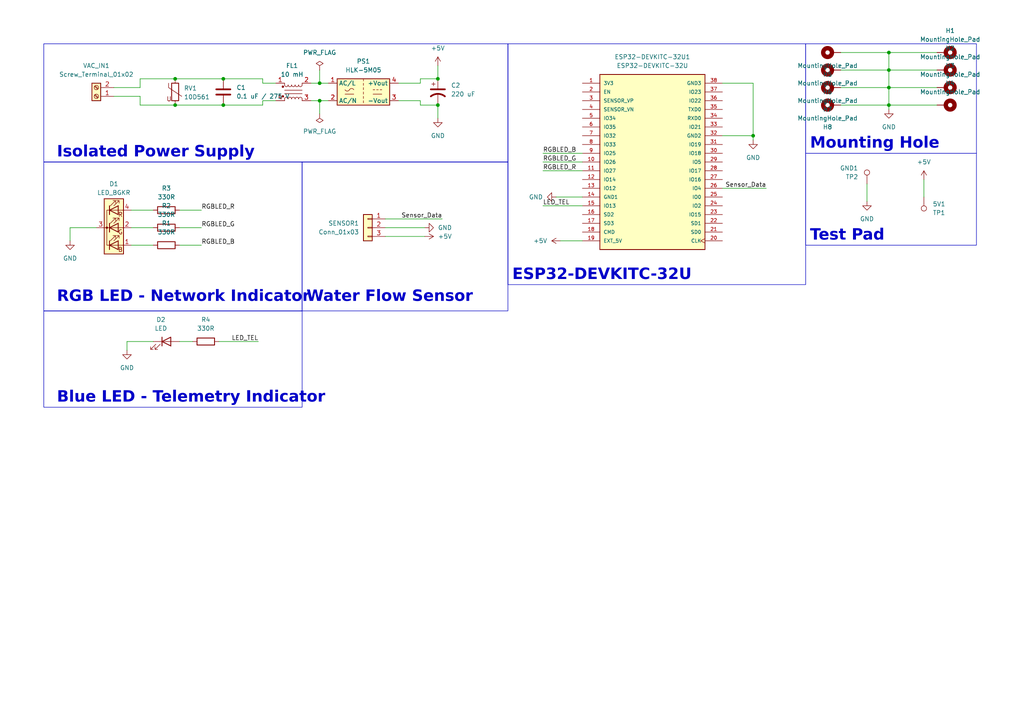
<source format=kicad_sch>
(kicad_sch (version 20230121) (generator eeschema)
  (paper "A4")
  (lib_symbols
    (symbol "Connector:Screw_Terminal_01x02" (pin_names (offset 1.016) hide)
      (property "Reference" "J" (at 0 2.54 0))
      (property "Value" "Screw_Terminal_01x02" (at 0 -5.08 0))
      (symbol "Screw_Terminal_01x02_1_1"
        (rectangle (start -1.27 1.27) (end 1.27 -3.81) (stroke (width 0.254)) (fill (type background)))
        (circle (center 0 -2.54) (radius 0.635) (stroke (width 0.1524)))
        (polyline (pts (xy -0.5334 -2.2098) (xy 0.3302 -3.048)) (stroke (width 0.1524)))
        (polyline (pts (xy -0.5334 0.3302) (xy 0.3302 -0.508)) (stroke (width 0.1524)))
        (polyline (pts (xy -0.3556 -2.032) (xy 0.508 -2.8702)) (stroke (width 0.1524)))
        (polyline (pts (xy -0.3556 0.508) (xy 0.508 -0.3302)) (stroke (width 0.1524)))
        (circle (center 0 0) (radius 0.635) (stroke (width 0.1524)))
        (pin passive line (at -5.08 0 0) (length 3.81) (name "Pin_1") (number "1"))
        (pin passive line (at -5.08 -2.54 0) (length 3.81) (name "Pin_2") (number "2"))
      )
    )
    (symbol "Connector:TestPoint" (pin_numbers hide) (pin_names (offset 0.762) hide)
      (property "Reference" "TP" (at 0 6.858 0))
      (property "Value" "TestPoint" (at 0 5.08 0))
      (symbol "TestPoint_0_1"
        (circle (center 0 3.302) (radius 0.762))
      )
      (symbol "TestPoint_1_1"
        (pin passive line (at 0 0 90) (length 2.54) (name "1") (number "1"))
      )
    )
    (symbol "Connector_Generic:Conn_01x03" (pin_names (offset 1.016) hide)
      (property "Reference" "J" (at 0 5.08 0))
      (property "Value" "Conn_01x03" (at 0 -5.08 0))
      (symbol "Conn_01x03_1_1"
        (rectangle (start -1.27 -2.413) (end 0 -2.667) (stroke (width 0.1524)))
        (rectangle (start -1.27 0.127) (end 0 -0.127) (stroke (width 0.1524)))
        (rectangle (start -1.27 2.667) (end 0 2.413) (stroke (width 0.1524)))
        (rectangle (start -1.27 3.81) (end 1.27 -3.81) (stroke (width 0.254)) (fill (type background)))
        (pin passive line (at -5.08 2.54 0) (length 3.81) (name "Pin_1") (number "1"))
        (pin passive line (at -5.08 0 0) (length 3.81) (name "Pin_2") (number "2"))
        (pin passive line (at -5.08 -2.54 0) (length 3.81) (name "Pin_3") (number "3"))
      )
    )
    (symbol "Converter_ACDC:HLK-5M05"
      (property "Reference" "PS" (at 0 5.08 0))
      (property "Value" "HLK-5M05" (at 0 -5.08 0))
      (symbol "HLK-5M05_0_1"
        (rectangle (start -7.62 3.81) (end 7.62 -3.81) (stroke (width 0.254)) (fill (type background)))
        (arc (start -5.334 0.635) (mid -4.699 0.2495) (end -4.064 0.635))
        (arc (start -2.794 0.635) (mid -3.429 1.0072) (end -4.064 0.635))
        (polyline (pts (xy -5.334 -0.635) (xy -2.794 -0.635)))
        (polyline (pts (xy 0 -2.54) (xy 0 -3.175)))
        (polyline (pts (xy 0 -1.27) (xy 0 -1.905)))
        (polyline (pts (xy 0 0) (xy 0 -0.635)))
        (polyline (pts (xy 0 1.27) (xy 0 0.635)))
        (polyline (pts (xy 0 2.54) (xy 0 1.905)))
        (polyline (pts (xy 0 3.81) (xy 0 3.175)))
        (polyline (pts (xy 2.794 -0.635) (xy 5.334 -0.635)))
        (polyline (pts (xy 2.794 0.635) (xy 3.302 0.635)))
        (polyline (pts (xy 3.81 0.635) (xy 4.318 0.635)))
        (polyline (pts (xy 4.826 0.635) (xy 5.334 0.635)))
      )
      (symbol "HLK-5M05_1_1"
        (pin power_in line (at -10.16 2.54 0) (length 2.54) (name "AC/L") (number "1"))
        (pin power_in line (at -10.16 -2.54 0) (length 2.54) (name "AC/N") (number "2"))
        (pin power_out line (at 10.16 -2.54 180) (length 2.54) (name "-Vout") (number "3"))
        (pin power_out line (at 10.16 2.54 180) (length 2.54) (name "+Vout") (number "4"))
      )
    )
    (symbol "Device:C" (pin_numbers hide) (pin_names (offset 0.254))
      (property "Reference" "C" (at 0.635 2.54 0))
      (property "Value" "C" (at 0.635 -2.54 0))
      (symbol "C_0_1"
        (polyline (pts (xy -2.032 -0.762) (xy 2.032 -0.762)) (stroke (width 0.508)))
        (polyline (pts (xy -2.032 0.762) (xy 2.032 0.762)) (stroke (width 0.508)))
      )
      (symbol "C_1_1"
        (pin passive line (at 0 3.81 270) (length 2.794) (name "~") (number "1"))
        (pin passive line (at 0 -3.81 90) (length 2.794) (name "~") (number "2"))
      )
    )
    (symbol "Device:C_Polarized_US" (pin_numbers hide) (pin_names (offset 0.254) hide)
      (property "Reference" "C" (at 0.635 2.54 0))
      (property "Value" "C_Polarized_US" (at 0.635 -2.54 0))
      (symbol "C_Polarized_US_0_1"
        (polyline (pts (xy -2.032 0.762) (xy 2.032 0.762)) (stroke (width 0.508)))
        (polyline (pts (xy -1.778 2.286) (xy -0.762 2.286)))
        (polyline (pts (xy -1.27 1.778) (xy -1.27 2.794)))
        (arc (start 2.032 -1.27) (mid 0 -0.5572) (end -2.032 -1.27) (stroke (width 0.508)))
      )
      (symbol "C_Polarized_US_1_1"
        (pin passive line (at 0 3.81 270) (length 2.794) (name "~") (number "1"))
        (pin passive line (at 0 -3.81 90) (length 3.302) (name "~") (number "2"))
      )
    )
    (symbol "Device:Filter_EMI_CommonMode" (pin_names (offset 0.254) hide)
      (property "Reference" "FL1" (at -0.381 7.62 0))
      (property "Value" "10 mH" (at -0.381 5.08 0))
      (symbol "Filter_EMI_CommonMode_0_1"
        (circle (center -3.048 -1.27) (radius 0.254) (fill (type outline)))
        (circle (center -3.048 1.524) (radius 0.254) (fill (type outline)))
        (arc (start -2.54 2.032) (mid -2.032 1.5262) (end -1.524 2.032))
        (arc (start -1.524 -2.032) (mid -2.032 -1.5262) (end -2.54 -2.032))
        (arc (start -1.524 2.032) (mid -1.016 1.5262) (end -0.508 2.032))
        (arc (start -0.508 -2.032) (mid -1.016 -1.5262) (end -1.524 -2.032))
        (arc (start -0.508 2.032) (mid 0 1.5262) (end 0.508 2.032))
        (polyline (pts (xy -2.54 -2.032) (xy -2.54 -2.54)))
        (polyline (pts (xy -2.54 0.508) (xy 2.54 0.508)))
        (polyline (pts (xy -2.54 2.032) (xy -2.54 2.54)))
        (polyline (pts (xy 2.54 -2.032) (xy 2.54 -2.54)))
        (polyline (pts (xy 2.54 -0.508) (xy -2.54 -0.508)))
        (polyline (pts (xy 2.54 2.54) (xy 2.54 2.032)))
        (arc (start 0.508 -2.032) (mid 0 -1.5262) (end -0.508 -2.032))
        (arc (start 0.508 2.032) (mid 1.016 1.5262) (end 1.524 2.032))
        (arc (start 1.524 -2.032) (mid 1.016 -1.5262) (end 0.508 -2.032))
        (arc (start 1.524 2.032) (mid 2.032 1.5262) (end 2.54 2.032))
        (arc (start 2.54 -2.032) (mid 2.032 -1.5262) (end 1.524 -2.032))
      )
      (symbol "Filter_EMI_CommonMode_1_1"
        (pin passive line (at -5.08 2.54 0) (length 2.54) (name "1") (number "1"))
        (pin passive line (at 5.08 2.54 180) (length 2.54) (name "2") (number "2"))
        (pin passive line (at 5.08 -2.54 180) (length 2.54) (name "3") (number "3"))
        (pin passive line (at -5.08 -2.54 0) (length 2.54) (name "4") (number "4"))
      )
    )
    (symbol "Device:LED" (pin_numbers hide) (pin_names (offset 1.016) hide)
      (property "Reference" "D" (at 0 2.54 0))
      (property "Value" "LED" (at 0 -2.54 0))
      (symbol "LED_0_1"
        (polyline (pts (xy -1.27 -1.27) (xy -1.27 1.27)) (stroke (width 0.254)))
        (polyline (pts (xy -1.27 0) (xy 1.27 0)))
        (polyline (pts (xy 1.27 -1.27) (xy 1.27 1.27) (xy -1.27 0) (xy 1.27 -1.27)) (stroke (width 0.254)))
        (polyline (pts (xy -3.048 -0.762) (xy -4.572 -2.286) (xy -3.81 -2.286) (xy -4.572 -2.286) (xy -4.572 -1.524)))
        (polyline (pts (xy -1.778 -0.762) (xy -3.302 -2.286) (xy -2.54 -2.286) (xy -3.302 -2.286) (xy -3.302 -1.524)))
      )
      (symbol "LED_1_1"
        (pin passive line (at -3.81 0 0) (length 2.54) (name "K") (number "1"))
        (pin passive line (at 3.81 0 180) (length 2.54) (name "A") (number "2"))
      )
    )
    (symbol "Device:LED_BGKR" (pin_names (offset 0) hide)
      (property "Reference" "D" (at 0 9.398 0))
      (property "Value" "LED_BGKR" (at 0 -8.89 0))
      (symbol "LED_BGKR_0_0"
        (text "B" (at 1.905 -6.35 0) (effects (font (size 1.27 1.27))))
        (text "G" (at 1.905 -1.27 0) (effects (font (size 1.27 1.27))))
        (text "R" (at 1.905 3.81 0) (effects (font (size 1.27 1.27))))
      )
      (symbol "LED_BGKR_0_1"
        (circle (center -2.032 0) (radius 0.254) (fill (type outline)))
        (polyline (pts (xy -1.27 -5.08) (xy 1.27 -5.08)))
        (polyline (pts (xy -1.27 -3.81) (xy -1.27 -6.35)) (stroke (width 0.254)))
        (polyline (pts (xy -1.27 0) (xy -2.54 0)))
        (polyline (pts (xy -1.27 1.27) (xy -1.27 -1.27)) (stroke (width 0.254)))
        (polyline (pts (xy -1.27 5.08) (xy 1.27 5.08)))
        (polyline (pts (xy -1.27 6.35) (xy -1.27 3.81)) (stroke (width 0.254)))
        (polyline (pts (xy 1.27 -5.08) (xy 2.54 -5.08)))
        (polyline (pts (xy 1.27 0) (xy -1.27 0)))
        (polyline (pts (xy 1.27 0) (xy 2.54 0)))
        (polyline (pts (xy 1.27 5.08) (xy 2.54 5.08)))
        (polyline (pts (xy -1.27 1.27) (xy -1.27 -1.27) (xy -1.27 -1.27)))
        (polyline (pts (xy -1.27 6.35) (xy -1.27 3.81) (xy -1.27 3.81)))
        (polyline (pts (xy -1.27 5.08) (xy -2.032 5.08) (xy -2.032 -5.08) (xy -1.016 -5.08)))
        (polyline (pts (xy 1.27 -3.81) (xy 1.27 -6.35) (xy -1.27 -5.08) (xy 1.27 -3.81)) (stroke (width 0.254)))
        (polyline (pts (xy 1.27 1.27) (xy 1.27 -1.27) (xy -1.27 0) (xy 1.27 1.27)) (stroke (width 0.254)))
        (polyline (pts (xy 1.27 6.35) (xy 1.27 3.81) (xy -1.27 5.08) (xy 1.27 6.35)) (stroke (width 0.254)))
        (polyline (pts (xy -1.016 -3.81) (xy 0.508 -2.286) (xy -0.254 -2.286) (xy 0.508 -2.286) (xy 0.508 -3.048)))
        (polyline (pts (xy -1.016 1.27) (xy 0.508 2.794) (xy -0.254 2.794) (xy 0.508 2.794) (xy 0.508 2.032)))
        (polyline (pts (xy -1.016 6.35) (xy 0.508 7.874) (xy -0.254 7.874) (xy 0.508 7.874) (xy 0.508 7.112)))
        (polyline (pts (xy 0 -3.81) (xy 1.524 -2.286) (xy 0.762 -2.286) (xy 1.524 -2.286) (xy 1.524 -3.048)))
        (polyline (pts (xy 0 1.27) (xy 1.524 2.794) (xy 0.762 2.794) (xy 1.524 2.794) (xy 1.524 2.032)))
        (polyline (pts (xy 0 6.35) (xy 1.524 7.874) (xy 0.762 7.874) (xy 1.524 7.874) (xy 1.524 7.112)))
        (rectangle (start 1.27 -1.27) (end 1.27 1.27))
        (rectangle (start 1.27 1.27) (end 1.27 1.27))
        (rectangle (start 1.27 3.81) (end 1.27 6.35))
        (rectangle (start 1.27 6.35) (end 1.27 6.35))
        (rectangle (start 2.794 8.382) (end -2.794 -7.62) (stroke (width 0.254)) (fill (type background)))
      )
      (symbol "LED_BGKR_1_1"
        (pin passive line (at 5.08 -5.08 180) (length 2.54) (name "BA") (number "1"))
        (pin passive line (at 5.08 0 180) (length 2.54) (name "GA") (number "2"))
        (pin passive line (at -5.08 0 0) (length 2.54) (name "K") (number "3"))
        (pin passive line (at 5.08 5.08 180) (length 2.54) (name "RA") (number "4"))
      )
    )
    (symbol "Device:R" (pin_numbers hide) (pin_names (offset 0))
      (property "Reference" "R" (at 2.032 0 90))
      (property "Value" "R" (at 0 0 90))
      (symbol "R_0_1"
        (rectangle (start -1.016 -2.54) (end 1.016 2.54) (stroke (width 0.254)))
      )
      (symbol "R_1_1"
        (pin passive line (at 0 3.81 270) (length 1.27) (name "~") (number "1"))
        (pin passive line (at 0 -3.81 90) (length 1.27) (name "~") (number "2"))
      )
    )
    (symbol "Device:Varistor" (pin_numbers hide) (pin_names (offset 0))
      (property "Reference" "RV" (at 3.175 0 90))
      (property "Value" "Varistor" (at -3.175 0 90))
      (symbol "Varistor_0_0"
        (text "U" (at -1.778 -2.032 0) (effects (font (size 1.27 1.27))))
      )
      (symbol "Varistor_0_1"
        (rectangle (start -1.016 -2.54) (end 1.016 2.54) (stroke (width 0.254)))
        (polyline (pts (xy -1.905 2.54) (xy -1.905 1.27) (xy 1.905 -1.27)))
      )
      (symbol "Varistor_1_1"
        (pin passive line (at 0 3.81 270) (length 1.27) (name "~") (number "1"))
        (pin passive line (at 0 -3.81 90) (length 1.27) (name "~") (number "2"))
      )
    )
    (symbol "ESP32-DEVKITC-32U:ESP32-DEVKITC-32U" (pin_names (offset 1.016))
      (property "Reference" "U" (at -15.2572 26.0643 0))
      (property "Value" "ESP32-DEVKITC-32U" (at -15.2563 -27.9698 0))
      (symbol "ESP32-DEVKITC-32U_0_0"
        (rectangle (start -15.24 -25.4) (end 15.24 25.4) (stroke (width 0.254)) (fill (type background)))
        (pin power_in line (at -20.32 22.86 0) (length 5.08) (name "3V3") (number "1"))
        (pin bidirectional line (at -20.32 0 0) (length 5.08) (name "IO26") (number "10"))
        (pin bidirectional line (at -20.32 -2.54 0) (length 5.08) (name "IO27") (number "11"))
        (pin bidirectional line (at -20.32 -5.08 0) (length 5.08) (name "IO14") (number "12"))
        (pin bidirectional line (at -20.32 -7.62 0) (length 5.08) (name "IO12") (number "13"))
        (pin power_in line (at -20.32 -10.16 0) (length 5.08) (name "GND1") (number "14"))
        (pin bidirectional line (at -20.32 -12.7 0) (length 5.08) (name "IO13") (number "15"))
        (pin bidirectional line (at -20.32 -15.24 0) (length 5.08) (name "SD2") (number "16"))
        (pin bidirectional line (at -20.32 -17.78 0) (length 5.08) (name "SD3") (number "17"))
        (pin bidirectional line (at -20.32 -20.32 0) (length 5.08) (name "CMD") (number "18"))
        (pin power_in line (at -20.32 -22.86 0) (length 5.08) (name "EXT_5V") (number "19"))
        (pin input line (at -20.32 20.32 0) (length 5.08) (name "EN") (number "2"))
        (pin input clock (at 20.32 -22.86 180) (length 5.08) (name "CLK") (number "20"))
        (pin bidirectional line (at 20.32 -20.32 180) (length 5.08) (name "SD0") (number "21"))
        (pin bidirectional line (at 20.32 -17.78 180) (length 5.08) (name "SD1") (number "22"))
        (pin bidirectional line (at 20.32 -15.24 180) (length 5.08) (name "IO15") (number "23"))
        (pin bidirectional line (at 20.32 -12.7 180) (length 5.08) (name "IO2") (number "24"))
        (pin bidirectional line (at 20.32 -10.16 180) (length 5.08) (name "IO0") (number "25"))
        (pin bidirectional line (at 20.32 -7.62 180) (length 5.08) (name "IO4") (number "26"))
        (pin bidirectional line (at 20.32 -5.08 180) (length 5.08) (name "IO16") (number "27"))
        (pin bidirectional line (at 20.32 -2.54 180) (length 5.08) (name "IO17") (number "28"))
        (pin bidirectional line (at 20.32 0 180) (length 5.08) (name "IO5") (number "29"))
        (pin input line (at -20.32 17.78 0) (length 5.08) (name "SENSOR_VP") (number "3"))
        (pin bidirectional line (at 20.32 2.54 180) (length 5.08) (name "IO18") (number "30"))
        (pin bidirectional line (at 20.32 5.08 180) (length 5.08) (name "IO19") (number "31"))
        (pin power_in line (at 20.32 7.62 180) (length 5.08) (name "GND2") (number "32"))
        (pin bidirectional line (at 20.32 10.16 180) (length 5.08) (name "IO21") (number "33"))
        (pin input line (at 20.32 12.7 180) (length 5.08) (name "RXD0") (number "34"))
        (pin output line (at 20.32 15.24 180) (length 5.08) (name "TXD0") (number "35"))
        (pin bidirectional line (at 20.32 17.78 180) (length 5.08) (name "IO22") (number "36"))
        (pin bidirectional line (at 20.32 20.32 180) (length 5.08) (name "IO23") (number "37"))
        (pin power_in line (at 20.32 22.86 180) (length 5.08) (name "GND3") (number "38"))
        (pin input line (at -20.32 15.24 0) (length 5.08) (name "SENSOR_VN") (number "4"))
        (pin bidirectional line (at -20.32 12.7 0) (length 5.08) (name "IO34") (number "5"))
        (pin bidirectional line (at -20.32 10.16 0) (length 5.08) (name "IO35") (number "6"))
        (pin bidirectional line (at -20.32 7.62 0) (length 5.08) (name "IO32") (number "7"))
        (pin bidirectional line (at -20.32 5.08 0) (length 5.08) (name "IO33") (number "8"))
        (pin bidirectional line (at -20.32 2.54 0) (length 5.08) (name "IO25") (number "9"))
      )
    )
    (symbol "Mechanical:MountingHole_Pad" (pin_numbers hide) (pin_names (offset 1.016) hide)
      (property "Reference" "H" (at 0 6.35 0))
      (property "Value" "MountingHole_Pad" (at 0 4.445 0))
      (symbol "MountingHole_Pad_0_1"
        (circle (center 0 1.27) (radius 1.27) (stroke (width 1.27)))
      )
      (symbol "MountingHole_Pad_1_1"
        (pin input line (at 0 -2.54 90) (length 2.54) (name "1") (number "1"))
      )
    )
    (symbol "power:+5V" (power) (pin_names (offset 0))
      (property "Value" "+5V" (at 0 3.556 0))
      (symbol "+5V_0_1"
        (polyline (pts (xy -0.762 1.27) (xy 0 2.54)))
        (polyline (pts (xy 0 0) (xy 0 2.54)))
        (polyline (pts (xy 0 2.54) (xy 0.762 1.27)))
      )
      (symbol "+5V_1_1"
        (pin power_in line (at 0 0 90) (length 0) hide (name "+5V") (number "1"))
      )
    )
    (symbol "power:GND" (power) (pin_names (offset 0))
      (property "Value" "GND" (at 0 -3.81 0))
      (symbol "GND_0_1"
        (polyline (pts (xy 0 0) (xy 0 -1.27) (xy 1.27 -1.27) (xy 0 -2.54) (xy -1.27 -1.27) (xy 0 -1.27)))
      )
      (symbol "GND_1_1"
        (pin power_in line (at 0 0 270) (length 0) hide (name "GND") (number "1"))
      )
    )
    (symbol "power:PWR_FLAG" (power) (pin_numbers hide) (pin_names (offset 0) hide)
      (property "Value" "PWR_FLAG" (at 0 3.81 0))
      (symbol "PWR_FLAG_0_0"
        (pin power_out line (at 0 0 90) (length 0) (name "pwr") (number "1"))
      )
      (symbol "PWR_FLAG_0_1"
        (polyline (pts (xy 0 0) (xy 0 1.27) (xy -1.016 1.905) (xy 0 2.54) (xy 1.016 1.905) (xy 0 1.27)))
      )
    )
  )
  (junction (at 127 22.86))
  (junction (at 50.8 30.48))
  (junction (at 92.71 29.21))
  (junction (at 257.81 30.48))
  (junction (at 218.44 39.37))
  (junction (at 50.8 22.86))
  (junction (at 257.81 15.24))
  (junction (at 257.81 20.32))
  (junction (at 92.71 24.13))
  (junction (at 64.77 22.86))
  (junction (at 257.81 25.4))
  (junction (at 127 30.48))
  (junction (at 64.77 30.48))
  (wire (pts (xy 257.81 30.48) (xy 257.81 31.75)))
  (wire (pts (xy 257.81 25.4) (xy 271.78 25.4)))
  (wire (pts (xy 52.07 66.04) (xy 58.42 66.04)))
  (wire (pts (xy 92.71 29.21) (xy 95.25 29.21)))
  (wire (pts (xy 121.92 29.21) (xy 121.92 30.48)))
  (wire (pts (xy 209.55 39.37) (xy 218.44 39.37)))
  (wire (pts (xy 111.76 68.58) (xy 123.19 68.58)))
  (wire (pts (xy 243.84 15.24) (xy 257.81 15.24)))
  (wire (pts (xy 76.2 29.21) (xy 80.01 29.21)))
  (wire (pts (xy 257.81 15.24) (xy 257.81 20.32)))
  (wire (pts (xy 40.64 25.4) (xy 40.64 22.86)))
  (wire (pts (xy 111.76 66.04) (xy 123.19 66.04)))
  (wire (pts (xy 20.32 66.04) (xy 20.32 69.85)))
  (wire (pts (xy 52.07 71.12) (xy 58.42 71.12)))
  (wire (pts (xy 257.81 25.4) (xy 257.81 30.48)))
  (wire (pts (xy 121.92 30.48) (xy 127 30.48)))
  (wire (pts (xy 50.8 30.48) (xy 64.77 30.48)))
  (wire (pts (xy 36.83 99.06) (xy 36.83 101.6)))
  (wire (pts (xy 243.84 30.48) (xy 257.81 30.48)))
  (wire (pts (xy 115.57 24.13) (xy 121.92 24.13)))
  (wire (pts (xy 209.55 24.13) (xy 218.44 24.13)))
  (wire (pts (xy 40.64 30.48) (xy 50.8 30.48)))
  (wire (pts (xy 121.92 22.86) (xy 127 22.86)))
  (wire (pts (xy 209.55 54.61) (xy 222.25 54.61)))
  (wire (pts (xy 162.56 69.85) (xy 168.91 69.85)))
  (wire (pts (xy 257.81 30.48) (xy 271.78 30.48)))
  (wire (pts (xy 251.46 53.34) (xy 251.46 58.42)))
  (wire (pts (xy 257.81 20.32) (xy 257.81 25.4)))
  (wire (pts (xy 257.81 20.32) (xy 271.78 20.32)))
  (wire (pts (xy 127 30.48) (xy 127 34.29)))
  (wire (pts (xy 76.2 22.86) (xy 76.2 24.13)))
  (wire (pts (xy 52.07 99.06) (xy 55.88 99.06)))
  (wire (pts (xy 38.1 66.04) (xy 44.45 66.04)))
  (wire (pts (xy 157.48 59.69) (xy 168.91 59.69)))
  (wire (pts (xy 33.02 27.94) (xy 40.64 27.94)))
  (wire (pts (xy 271.78 15.24) (xy 257.81 15.24)))
  (wire (pts (xy 127 19.05) (xy 127 22.86)))
  (wire (pts (xy 63.5 99.06) (xy 74.93 99.06)))
  (wire (pts (xy 157.48 44.45) (xy 168.91 44.45)))
  (wire (pts (xy 218.44 39.37) (xy 218.44 40.64)))
  (wire (pts (xy 52.07 60.96) (xy 58.42 60.96)))
  (wire (pts (xy 267.97 52.07) (xy 267.97 57.15)))
  (wire (pts (xy 243.84 25.4) (xy 257.81 25.4)))
  (wire (pts (xy 111.76 63.5) (xy 128.27 63.5)))
  (wire (pts (xy 76.2 30.48) (xy 76.2 29.21)))
  (wire (pts (xy 161.29 57.15) (xy 168.91 57.15)))
  (wire (pts (xy 40.64 22.86) (xy 50.8 22.86)))
  (wire (pts (xy 121.92 24.13) (xy 121.92 22.86)))
  (wire (pts (xy 38.1 71.12) (xy 44.45 71.12)))
  (wire (pts (xy 90.17 24.13) (xy 92.71 24.13)))
  (wire (pts (xy 38.1 60.96) (xy 44.45 60.96)))
  (wire (pts (xy 27.94 66.04) (xy 20.32 66.04)))
  (wire (pts (xy 64.77 30.48) (xy 76.2 30.48)))
  (wire (pts (xy 218.44 24.13) (xy 218.44 39.37)))
  (wire (pts (xy 64.77 22.86) (xy 76.2 22.86)))
  (wire (pts (xy 44.45 99.06) (xy 36.83 99.06)))
  (wire (pts (xy 157.48 46.99) (xy 168.91 46.99)))
  (wire (pts (xy 76.2 24.13) (xy 80.01 24.13)))
  (wire (pts (xy 90.17 29.21) (xy 92.71 29.21)))
  (wire (pts (xy 92.71 29.21) (xy 92.71 33.02)))
  (wire (pts (xy 92.71 20.32) (xy 92.71 24.13)))
  (wire (pts (xy 243.84 20.32) (xy 257.81 20.32)))
  (wire (pts (xy 115.57 29.21) (xy 121.92 29.21)))
  (wire (pts (xy 40.64 27.94) (xy 40.64 30.48)))
  (wire (pts (xy 50.8 22.86) (xy 64.77 22.86)))
  (wire (pts (xy 92.71 24.13) (xy 95.25 24.13)))
  (wire (pts (xy 33.02 25.4) (xy 40.64 25.4)))
  (wire (pts (xy 157.48 49.53) (xy 168.91 49.53)))
  (rectangle (start 12.7 90.17) (end 87.63 118.11))
  (rectangle (start 233.68 12.7) (end 283.21 44.45))
  (rectangle (start 12.7 46.99) (end 87.63 90.17))
  (rectangle (start 12.7 12.7) (end 147.32 46.99))
  (rectangle (start 87.63 46.99) (end 147.32 90.17))
  (rectangle (start 147.32 12.7) (end 233.68 82.55))
  (rectangle (start 233.68 44.45) (end 283.21 71.12))
  (text "Mounting Hole\n" (at 234.95 44.45 0) (effects (font (size 3.25 3.25) (thickness 0.65) bold) (justify left bottom)))
  (text "ESP32-DEVKITC-32U" (at 148.59 82.55 0) (effects (font (size 3.25 3.25) (thickness 0.65) bold) (justify left bottom)))
  (text "Test Pad" (at 234.95 71.12 0) (effects (font (size 3.25 3.25) (thickness 0.65) bold) (justify left bottom)))
  (text "Blue LED - Telemetry Indicator" (at 16.51 118.11 0) (effects (font (size 3.25 3.25) (thickness 0.65) bold) (justify left bottom)))
  (text "Isolated Power Supply\n" (at 16.51 46.99 0) (effects (font (size 3.25 3.25) (thickness 0.65) bold) (justify left bottom)))
  (text "Water Flow Sensor" (at 88.9 88.9 0) (effects (font (size 3.25 3.25) (thickness 0.65) bold) (justify left bottom)))
  (text "RGB LED - Network Indicator" (at 16.51 88.9 0) (effects (font (size 3.25 3.25) (thickness 0.65) bold) (justify left bottom)))
  (label "RGBLED_G" (at 58.42 66.04 0))
  (label "Sensor_Data" (at 128.27 63.5 180))
  (label "LED_TEL" (at 74.93 99.06 180))
  (label "RGBLED_B" (at 58.42 71.12 0))
  (label "RGBLED_B" (at 157.48 44.45 0))
  (label "RGBLED_G" (at 157.48 46.99 0))
  (label "Sensor_Data" (at 222.25 54.61 180))
  (label "LED_TEL" (at 157.48 59.69 0))
  (label "RGBLED_R" (at 157.48 49.53 0))
  (label "RGBLED_R" (at 58.42 60.96 0))
  (symbol (lib_id "Device:C") (at 64.77 26.67 0) (unit 1)
    (property "Reference" "C1" (at 68.58 25.4 0) (effects (justify left)))
    (property "Value" "0.1 uF / 275 V" (at 68.58 27.94 0) (effects (justify left)))
    (property "Footprint" "Capacitor_THT:C_Rect_L18.0mm_W8.0mm_P15.00mm_FKS3_FKP3" (effects hide))
  )
  (symbol (lib_id "power:GND") (at 36.83 101.6 0) (unit 1)
    (property "Reference" "#PWR010" (effects hide))
    (property "Value" "GND" (at 36.83 106.68 0))
  )
  (symbol (lib_id "power:+5V") (at 267.97 52.07 0) (unit 1)
    (property "Reference" "#PWR07" (effects hide))
    (property "Value" "+5V" (at 267.97 46.99 0))
  )
  (symbol (lib_id "Device:R") (at 48.26 60.96 90) (mirror x) (unit 1)
    (property "Reference" "R3" (at 48.26 54.61 90))
    (property "Value" "330R" (at 48.26 57.15 90))
    (property "Footprint" "Resistor_THT:R_Axial_DIN0207_L6.3mm_D2.5mm_P7.62mm_Horizontal" (effects hide))
  )
  (symbol (lib_id "power:+5V") (at 123.19 68.58 270) (unit 1)
    (property "Reference" "#PWR012" (effects hide))
    (property "Value" "+5V" (at 127 68.58 90) (effects (justify left)))
  )
  (symbol (lib_id "power:GND") (at 161.29 57.15 270) (unit 1)
    (property "Reference" "#PWR03" (effects hide))
    (property "Value" "GND" (at 157.48 57.15 90) (effects (justify right)))
  )
  (symbol (lib_id "Connector:TestPoint") (at 267.97 57.15 180) (unit 1)
    (property "Reference" "5V1" (at 270.51 59.182 0) (effects (justify right)))
    (property "Value" "TP1" (at 270.51 61.722 0) (effects (justify right)))
    (property "Footprint" "TestPoint:TestPoint_Pad_D1.5mm" (effects hide))
  )
  (symbol (lib_id "Mechanical:MountingHole_Pad") (at 274.32 20.32 270) (mirror x) (unit 1)
    (property "Reference" "H2" (at 275.59 13.97 90))
    (property "Value" "MountingHole_Pad" (at 275.59 16.51 90))
    (property "Footprint" "MountingHole:MountingHole_2.2mm_M2_ISO14580" (effects hide))
  )
  (symbol (lib_id "Mechanical:MountingHole_Pad") (at 274.32 30.48 270) (mirror x) (unit 1)
    (property "Reference" "H4" (at 275.59 24.13 90))
    (property "Value" "MountingHole_Pad" (at 275.59 26.67 90))
    (property "Footprint" "MountingHole:MountingHole_2.2mm_M2_Pad_Via" (effects hide))
  )
  (symbol (lib_id "Device:R") (at 48.26 71.12 90) (mirror x) (unit 1)
    (property "Reference" "R1" (at 48.26 64.77 90))
    (property "Value" "330R" (at 48.26 67.31 90))
    (property "Footprint" "Resistor_THT:R_Axial_DIN0207_L6.3mm_D2.5mm_P7.62mm_Horizontal" (effects hide))
  )
  (symbol (lib_id "Connector_Generic:Conn_01x03") (at 106.68 66.04 0) (mirror y) (unit 1)
    (property "Reference" "SENSOR1" (at 104.14 64.77 0) (effects (justify left)))
    (property "Value" "Conn_01x03" (at 104.14 67.31 0) (effects (justify left)))
    (property "Footprint" "Connector_JST:JST_XH_B3B-XH-A_1x03_P2.50mm_Vertical" (effects hide))
  )
  (symbol (lib_id "Mechanical:MountingHole_Pad") (at 241.3 20.32 90) (mirror x) (unit 1)
    (property "Reference" "H6" (at 240.03 26.67 90))
    (property "Value" "MountingHole_Pad" (at 240.03 24.13 90))
    (property "Footprint" "MountingHole:MountingHole_2.2mm_M2_Pad_Via" (effects hide))
  )
  (symbol (lib_id "Mechanical:MountingHole_Pad") (at 274.32 25.4 270) (mirror x) (unit 1)
    (property "Reference" "H3" (at 275.59 19.05 90))
    (property "Value" "MountingHole_Pad" (at 275.59 21.59 90))
    (property "Footprint" "MountingHole:MountingHole_2.2mm_M2_ISO14580" (effects hide))
  )
  (symbol (lib_id "Device:C_Polarized_US") (at 127 26.67 0) (unit 1)
    (property "Reference" "C2" (at 130.81 24.765 0) (effects (justify left)))
    (property "Value" "220 uF" (at 130.81 27.305 0) (effects (justify left)))
    (property "Footprint" "Capacitor_THT:CP_Radial_D10.0mm_P5.00mm" (effects hide))
  )
  (symbol (lib_id "Converter_ACDC:HLK-5M05") (at 105.41 26.67 0) (unit 1)
    (property "Reference" "PS1" (at 105.41 17.78 0))
    (property "Value" "HLK-5M05" (at 105.41 20.32 0))
    (property "Footprint" "Converter_ACDC:Converter_ACDC_HiLink_HLK-5Mxx" (effects hide))
    (property "Datasheet" "http://h.hlktech.com/download/ACDC%E7%94%B5%E6%BA%90%E6%A8%A1%E5%9D%975W%E7%B3%BB%E5%88%97/1/%E6%B5%B7%E5%87%8C%E7%A7%915W%E7%B3%BB%E5%88%97%E7%94%B5%E6%BA%90%E6%A8%A1%E5%9D%97%E8%A7%84%E6%A0%BC%E4%B9%A6V2.8.pdf" (effects hide))
  )
  (symbol (lib_id "ESP32-DEVKITC-32U:ESP32-DEVKITC-32U") (at 189.23 46.99 0) (unit 1)
    (property "Reference" "ESP32-DEVKITC-32U1" (at 189.23 16.51 0))
    (property "Value" "ESP32-DEVKITC-32U" (at 189.23 19.05 0))
    (property "Footprint" "ESP32-DEVKITC-32U:MODULE_ESP32-DEVKITC-32U" (effects hide))
    (property "MF" "Espressif Systems" (effects hide))
    (property "Description" "\nESP32-WROOM-32UE series Transceiver; 802.11 b/g/n (Wi-Fi, WiFi, WLAN), Bluetooth® Smart Ready 4.x Dual Mode Evaluation Board\n" (effects hide))
    (property "Package" "CUSTOM-38 ESPRESSIF" (effects hide))
    (property "Price" "None" (effects hide))
    (property "Check_prices" "https://www.snapeda.com/parts/ESP32-DEVKITC-32U/Espressif+Systems/view-part/?ref=eda" (effects hide))
    (property "STANDARD" "Manufacturer Recommendations" (effects hide))
    (property "PARTREV" "N/A" (effects hide))
    (property "SnapEDA_Link" "https://www.snapeda.com/parts/ESP32-DEVKITC-32U/Espressif+Systems/view-part/?ref=snap" (effects hide))
    (property "MP" "ESP32-DEVKITC-32U" (effects hide))
    (property "Purchase-URL" "https://www.snapeda.com/api/url_track_click_mouser/?unipart_id=2781909&manufacturer=Espressif Systems&part_name=ESP32-DEVKITC-32U&search_term=esp32-devkitc-32" (effects hide))
    (property "Availability" "In Stock" (effects hide))
    (property "MANUFACTURER" "ESPRESSIF" (effects hide))
  )
  (symbol (lib_id "power:GND") (at 127 34.29 0) (unit 1)
    (property "Reference" "#PWR01" (effects hide))
    (property "Value" "GND" (at 127 39.37 0))
  )
  (symbol (lib_id "power:PWR_FLAG") (at 92.71 20.32 0) (unit 1)
    (property "Reference" "#FLG01" (effects hide))
    (property "Value" "PWR_FLAG" (at 92.71 15.24 0))
  )
  (symbol (lib_id "Device:LED_BGKR") (at 33.02 66.04 0) (unit 1)
    (property "Reference" "D1" (at 33.02 53.34 0))
    (property "Value" "LED_BGKR" (at 33.02 55.88 0))
    (property "Footprint" "Connector_JST:JST_XH_B4B-XH-A_1x04_P2.50mm_Vertical" (effects hide))
  )
  (symbol (lib_id "Device:R") (at 59.69 99.06 90) (mirror x) (unit 1)
    (property "Reference" "R4" (at 59.69 92.71 90))
    (property "Value" "330R" (at 59.69 95.25 90))
    (property "Footprint" "Resistor_THT:R_Axial_DIN0207_L6.3mm_D2.5mm_P7.62mm_Horizontal" (effects hide))
  )
  (symbol (lib_id "Connector:Screw_Terminal_01x02") (at 27.94 27.94 180) (unit 1)
    (property "Reference" "VAC_IN1" (at 27.94 19.05 0))
    (property "Value" "Screw_Terminal_01x02" (at 27.94 21.59 0))
    (property "Footprint" "TerminalBlock_Phoenix:TerminalBlock_Phoenix_MKDS-1,5-2_1x02_P5.00mm_Horizontal" (effects hide))
  )
  (symbol (lib_id "Device:LED") (at 48.26 99.06 0) (unit 1)
    (property "Reference" "D2" (at 46.6725 92.71 0))
    (property "Value" "LED" (at 46.6725 95.25 0))
    (property "Footprint" "Connector_JST:JST_XH_B2B-XH-A_1x02_P2.50mm_Vertical" (effects hide))
  )
  (symbol (lib_id "power:GND") (at 257.81 31.75 0) (unit 1)
    (property "Reference" "#PWR06" (effects hide))
    (property "Value" "GND" (at 257.81 36.83 0))
  )
  (symbol (lib_id "Mechanical:MountingHole_Pad") (at 241.3 30.48 90) (mirror x) (unit 1)
    (property "Reference" "H8" (at 240.03 36.83 90))
    (property "Value" "MountingHole_Pad" (at 240.03 34.29 90))
    (property "Footprint" "MountingHole:MountingHole_2.2mm_M2_Pad_Via" (effects hide))
  )
  (symbol (lib_id "Mechanical:MountingHole_Pad") (at 274.32 15.24 270) (mirror x) (unit 1)
    (property "Reference" "H1" (at 275.59 8.89 90))
    (property "Value" "MountingHole_Pad" (at 275.59 11.43 90))
    (property "Footprint" "MountingHole:MountingHole_2.2mm_M2_ISO14580" (effects hide))
  )
  (symbol (lib_id "power:+5V") (at 162.56 69.85 90) (unit 1)
    (property "Reference" "#PWR04" (effects hide))
    (property "Value" "+5V" (at 158.75 69.85 90) (effects (justify left)))
  )
  (symbol (lib_id "power:GND") (at 218.44 40.64 0) (unit 1)
    (property "Reference" "#PWR05" (effects hide))
    (property "Value" "GND" (at 218.44 45.72 0))
  )
  (symbol (lib_id "Device:R") (at 48.26 66.04 90) (mirror x) (unit 1)
    (property "Reference" "R2" (at 48.26 59.69 90))
    (property "Value" "330R" (at 48.26 62.23 90))
    (property "Footprint" "Resistor_THT:R_Axial_DIN0207_L6.3mm_D2.5mm_P7.62mm_Horizontal" (effects hide))
  )
  (symbol (lib_id "power:GND") (at 251.46 58.42 0) (unit 1)
    (property "Reference" "#PWR08" (effects hide))
    (property "Value" "GND" (at 251.46 63.5 0))
  )
  (symbol (lib_id "Device:Varistor") (at 50.8 26.67 0) (unit 1)
    (property "Reference" "RV1" (at 53.34 25.5933 0) (effects (justify left)))
    (property "Value" "10D561" (at 53.34 28.1333 0) (effects (justify left)))
    (property "Footprint" "Varistor:RV_Disc_D12mm_W3.9mm_P7.5mm" (effects hide))
    (property "Sim.Name" "kicad_builtin_varistor" (effects hide))
    (property "Sim.Device" "SUBCKT" (effects hide))
    (property "Sim.Pins" "1=A 2=B" (effects hide))
    (property "Sim.Params" "threshold=1k" (effects hide))
    (property "Sim.Library" "${KICAD7_SYMBOL_DIR}/Simulation_SPICE.sp" (effects hide))
  )
  (symbol (lib_id "power:GND") (at 123.19 66.04 90) (unit 1)
    (property "Reference" "#PWR011" (effects hide))
    (property "Value" "GND" (at 127 66.04 90) (effects (justify right)))
  )
  (symbol (lib_id "power:+5V") (at 127 19.05 0) (unit 1)
    (property "Reference" "#PWR02" (effects hide))
    (property "Value" "+5V" (at 127 13.97 0))
  )
  (symbol (lib_id "power:PWR_FLAG") (at 92.71 33.02 180) (unit 1)
    (property "Reference" "#FLG02" (effects hide))
    (property "Value" "PWR_FLAG" (at 92.71 38.1 0))
  )
  (symbol (lib_id "Device:Filter_EMI_CommonMode") (at 85.09 26.67 0) (unit 1)
    (property "Reference" "FL1" (at 84.709 19.05 0))
    (property "Value" "10 mH" (at 84.709 21.59 0))
    (property "Footprint" "Inductor_THT:L_CommonMode_PulseElectronics_PH9455x705NL_1" (effects hide))
  )
  (symbol (lib_id "Mechanical:MountingHole_Pad") (at 241.3 25.4 90) (mirror x) (unit 1)
    (property "Reference" "H7" (at 240.03 31.75 90))
    (property "Value" "MountingHole_Pad" (at 240.03 29.21 90))
    (property "Footprint" "MountingHole:MountingHole_2.2mm_M2_Pad_Via" (effects hide))
  )
  (symbol (lib_id "power:GND") (at 20.32 69.85 0) (unit 1)
    (property "Reference" "#PWR09" (effects hide))
    (property "Value" "GND" (at 20.32 74.93 0))
  )
  (symbol (lib_id "Mechanical:MountingHole_Pad") (at 241.3 15.24 90) (mirror x) (unit 1)
    (property "Reference" "H5" (at 240.03 21.59 90))
    (property "Value" "MountingHole_Pad" (at 240.03 19.05 90))
    (property "Footprint" "MountingHole:MountingHole_2.2mm_M2_Pad_Via" (effects hide))
  )
  (symbol (lib_id "Connector:TestPoint") (at 251.46 53.34 0) (mirror y) (unit 1)
    (property "Reference" "GND1" (at 248.92 48.768 0) (effects (justify left)))
    (property "Value" "TP2" (at 248.92 51.308 0) (effects (justify left)))
    (property "Footprint" "TestPoint:TestPoint_Pad_D1.5mm" (effects hide))
  )
)
</source>
